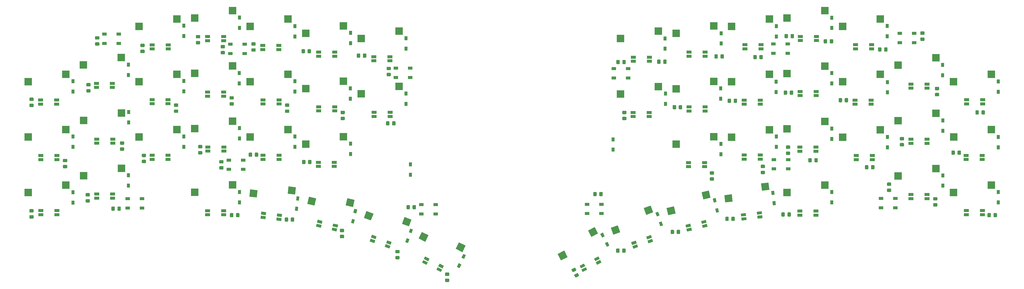
<source format=gbr>
%TF.GenerationSoftware,KiCad,Pcbnew,(5.1.9-0-10_14)*%
%TF.CreationDate,2021-03-31T13:24:37+01:00*%
%TF.ProjectId,peautkb,70656175-746b-4622-9e6b-696361645f70,rev?*%
%TF.SameCoordinates,Original*%
%TF.FileFunction,Paste,Bot*%
%TF.FilePolarity,Positive*%
%FSLAX46Y46*%
G04 Gerber Fmt 4.6, Leading zero omitted, Abs format (unit mm)*
G04 Created by KiCad (PCBNEW (5.1.9-0-10_14)) date 2021-03-31 13:24:37*
%MOMM*%
%LPD*%
G01*
G04 APERTURE LIST*
%ADD10R,1.500000X1.000000*%
%ADD11R,1.000000X1.400000*%
%ADD12C,0.100000*%
%ADD13R,1.700000X1.000000*%
%ADD14R,2.550000X2.500000*%
G04 APERTURE END LIST*
D10*
%TO.C,D62*%
X211614580Y-92698620D03*
X211614580Y-89498620D03*
X216514580Y-92698620D03*
X216514580Y-89498620D03*
%TD*%
%TO.C,D1*%
X46474960Y-34314180D03*
X46474960Y-31114180D03*
X51374960Y-34314180D03*
X51374960Y-31114180D03*
%TD*%
%TO.C,D5*%
X59299760Y-87603780D03*
X59299760Y-90803780D03*
X54399760Y-87603780D03*
X54399760Y-90803780D03*
%TD*%
D11*
%TO.C,D6*%
X35666160Y-50872180D03*
X35666160Y-47322180D03*
%TD*%
%TO.C,D7*%
X35666160Y-69820580D03*
X35666160Y-66270580D03*
%TD*%
%TO.C,D8*%
X35666160Y-88972180D03*
X35666160Y-85422180D03*
%TD*%
D10*
%TO.C,D9*%
X89550000Y-37819380D03*
X89550000Y-34619380D03*
X94450000Y-37819380D03*
X94450000Y-34619380D03*
%TD*%
D11*
%TO.C,D10*%
X54665360Y-41581780D03*
X54665360Y-45131780D03*
%TD*%
%TO.C,D11*%
X54730000Y-57865000D03*
X54730000Y-61415000D03*
%TD*%
%TO.C,D12*%
X54665360Y-79580180D03*
X54665360Y-83130180D03*
%TD*%
D10*
%TO.C,D13*%
X93950000Y-74344980D03*
X93950000Y-77544980D03*
X89050000Y-74344980D03*
X89050000Y-77544980D03*
%TD*%
D11*
%TO.C,D14*%
X73664560Y-31771380D03*
X73664560Y-28221380D03*
%TD*%
%TO.C,D15*%
X73664560Y-50719780D03*
X73664560Y-47169780D03*
%TD*%
%TO.C,D16*%
X92663760Y-85269780D03*
X92663760Y-88819780D03*
%TD*%
%TO.C,D17*%
X73613760Y-69820580D03*
X73613760Y-66270580D03*
%TD*%
D10*
%TO.C,D18*%
X146220760Y-45972780D03*
X146220760Y-42772780D03*
X151120760Y-45972780D03*
X151120760Y-42772780D03*
%TD*%
D11*
%TO.C,D19*%
X92663760Y-25478180D03*
X92663760Y-29028180D03*
%TD*%
%TO.C,D20*%
X92612960Y-44477380D03*
X92612960Y-48027380D03*
%TD*%
D12*
%TO.C,D21*%
G36*
X112632785Y-91796413D02*
G01*
X111639614Y-91679742D01*
X111802953Y-90289303D01*
X112796124Y-90405974D01*
X112632785Y-91796413D01*
G37*
G36*
X113046967Y-88270657D02*
G01*
X112053796Y-88153986D01*
X112217135Y-86763547D01*
X113210306Y-86880218D01*
X113046967Y-88270657D01*
G37*
%TD*%
D10*
%TO.C,D22*%
X159807560Y-89635780D03*
X159807560Y-92835780D03*
X154907560Y-89635780D03*
X154907560Y-92835780D03*
%TD*%
D11*
%TO.C,D23*%
X92714560Y-63374980D03*
X92714560Y-66924980D03*
%TD*%
%TO.C,D24*%
X111612160Y-28373780D03*
X111612160Y-31923780D03*
%TD*%
%TO.C,D25*%
X111662960Y-50872180D03*
X111662960Y-47322180D03*
%TD*%
D12*
%TO.C,D26*%
G36*
X132642277Y-92668120D02*
G01*
X131669502Y-92436372D01*
X131993949Y-91074486D01*
X132966724Y-91306234D01*
X132642277Y-92668120D01*
G37*
G36*
X131819571Y-96121474D02*
G01*
X130846796Y-95889726D01*
X131171243Y-94527840D01*
X132144018Y-94759588D01*
X131819571Y-96121474D01*
G37*
%TD*%
D11*
%TO.C,D27*%
X111612160Y-69769780D03*
X111612160Y-66219780D03*
%TD*%
%TO.C,D28*%
X130712960Y-34260580D03*
X130712960Y-30710580D03*
%TD*%
%TO.C,D29*%
X130611360Y-53259780D03*
X130611360Y-49709780D03*
%TD*%
D12*
%TO.C,D30*%
G36*
X150376906Y-102800329D02*
G01*
X149437214Y-102458309D01*
X149916042Y-101142739D01*
X150855734Y-101484759D01*
X150376906Y-102800329D01*
G37*
G36*
X151591078Y-99464421D02*
G01*
X150651386Y-99122401D01*
X151130214Y-97806831D01*
X152069906Y-98148851D01*
X151591078Y-99464421D01*
G37*
%TD*%
D11*
%TO.C,D31*%
X130712960Y-72258980D03*
X130712960Y-68708980D03*
%TD*%
%TO.C,D32*%
X151185360Y-79370980D03*
X151185360Y-75820980D03*
%TD*%
%TO.C,D33*%
X149661360Y-55085580D03*
X149661360Y-51535580D03*
%TD*%
%TO.C,D34*%
X149661360Y-32590180D03*
X149661360Y-36140180D03*
%TD*%
D12*
%TO.C,D35*%
G36*
X169564863Y-108254665D02*
G01*
X168671492Y-107805346D01*
X169300539Y-106554627D01*
X170193910Y-107003946D01*
X169564863Y-108254665D01*
G37*
G36*
X167969781Y-111426133D02*
G01*
X167076410Y-110976814D01*
X167705457Y-109726095D01*
X168598828Y-110175414D01*
X167969781Y-111426133D01*
G37*
%TD*%
D11*
%TO.C,D39*%
X352344720Y-50930600D03*
X352344720Y-47380600D03*
%TD*%
%TO.C,D40*%
X352370120Y-69980600D03*
X352370120Y-66430600D03*
%TD*%
%TO.C,D41*%
X352344720Y-88827400D03*
X352344720Y-85277400D03*
%TD*%
D10*
%TO.C,D42*%
X280311760Y-34497460D03*
X280311760Y-37697460D03*
X275411760Y-34497460D03*
X275411760Y-37697460D03*
%TD*%
D11*
%TO.C,D43*%
X333345520Y-41691000D03*
X333345520Y-45241000D03*
%TD*%
%TO.C,D44*%
X333396320Y-60741000D03*
X333396320Y-64291000D03*
%TD*%
%TO.C,D45*%
X333396320Y-79587800D03*
X333396320Y-83137800D03*
%TD*%
D10*
%TO.C,D46*%
X220809380Y-46160740D03*
X220809380Y-42960740D03*
X225709380Y-46160740D03*
X225709380Y-42960740D03*
%TD*%
D11*
%TO.C,D47*%
X314346320Y-31880600D03*
X314346320Y-28330600D03*
%TD*%
%TO.C,D48*%
X314397120Y-51133800D03*
X314397120Y-47583800D03*
%TD*%
%TO.C,D49*%
X295397920Y-85302800D03*
X295397920Y-88852800D03*
%TD*%
%TO.C,D50*%
X314397120Y-69980600D03*
X314397120Y-66430600D03*
%TD*%
D10*
%TO.C,D51*%
X323565420Y-30844940D03*
X323565420Y-34044940D03*
X318665420Y-30844940D03*
X318665420Y-34044940D03*
%TD*%
%TO.C,D56*%
X312208740Y-90681860D03*
X312208740Y-87481860D03*
X317108740Y-90681860D03*
X317108740Y-87481860D03*
%TD*%
%TO.C,D61*%
X280479400Y-74177340D03*
X280479400Y-77377340D03*
X275579400Y-74177340D03*
X275579400Y-77377340D03*
%TD*%
D13*
%TO.C,LED1*%
X24610360Y-55156580D03*
X24610360Y-53756580D03*
X30110360Y-55156580D03*
X30110360Y-53756580D03*
%TD*%
%TO.C,LED2*%
X24737360Y-74181180D03*
X24737360Y-72781180D03*
X30237360Y-74181180D03*
X30237360Y-72781180D03*
%TD*%
%TO.C,LED3*%
X24667960Y-93067580D03*
X24667960Y-91667580D03*
X30167960Y-93067580D03*
X30167960Y-91667580D03*
%TD*%
%TO.C,LED4*%
X49211160Y-48041580D03*
X49211160Y-49441580D03*
X43711160Y-48041580D03*
X43711160Y-49441580D03*
%TD*%
%TO.C,LED5*%
X49312760Y-67142380D03*
X49312760Y-68542380D03*
X43812760Y-67142380D03*
X43812760Y-68542380D03*
%TD*%
%TO.C,LED6*%
X49294160Y-86003380D03*
X49294160Y-87403380D03*
X43794160Y-86003380D03*
X43794160Y-87403380D03*
%TD*%
%TO.C,LED7*%
X68337360Y-34808180D03*
X68337360Y-36208180D03*
X62837360Y-34808180D03*
X62837360Y-36208180D03*
%TD*%
%TO.C,LED8*%
X68261160Y-53604180D03*
X68261160Y-55004180D03*
X62761160Y-53604180D03*
X62761160Y-55004180D03*
%TD*%
%TO.C,LED9*%
X68261160Y-72704980D03*
X68261160Y-74104980D03*
X62761160Y-72704980D03*
X62761160Y-74104980D03*
%TD*%
%TO.C,LED10*%
X87292560Y-91718380D03*
X87292560Y-93118380D03*
X81792560Y-91718380D03*
X81792560Y-93118380D03*
%TD*%
%TO.C,LED11*%
X81785760Y-33388780D03*
X81785760Y-31988780D03*
X87285760Y-33388780D03*
X87285760Y-31988780D03*
%TD*%
%TO.C,LED12*%
X81785760Y-52438780D03*
X81785760Y-51038780D03*
X87285760Y-52438780D03*
X87285760Y-51038780D03*
%TD*%
%TO.C,LED13*%
X87336560Y-69860180D03*
X87336560Y-71260180D03*
X81836560Y-69860180D03*
X81836560Y-71260180D03*
%TD*%
D12*
%TO.C,LED14*%
G36*
X105477230Y-93665195D02*
G01*
X105593900Y-92672025D01*
X107282290Y-92870365D01*
X107165620Y-93863535D01*
X105477230Y-93665195D01*
G37*
G36*
X105313891Y-95055634D02*
G01*
X105430561Y-94062464D01*
X107118951Y-94260804D01*
X107002281Y-95253974D01*
X105313891Y-95055634D01*
G37*
G36*
X100014791Y-93023506D02*
G01*
X100131461Y-92030336D01*
X101819851Y-92228676D01*
X101703181Y-93221846D01*
X100014791Y-93023506D01*
G37*
G36*
X99851452Y-94413945D02*
G01*
X99968122Y-93420775D01*
X101656512Y-93619115D01*
X101539842Y-94612285D01*
X99851452Y-94413945D01*
G37*
%TD*%
D13*
%TO.C,LED15*%
X100683360Y-36411380D03*
X100683360Y-35011380D03*
X106183360Y-36411380D03*
X106183360Y-35011380D03*
%TD*%
%TO.C,LED16*%
X100734160Y-55105780D03*
X100734160Y-53705780D03*
X106234160Y-55105780D03*
X106234160Y-53705780D03*
%TD*%
%TO.C,LED17*%
X100766360Y-74093780D03*
X100766360Y-72693780D03*
X106266360Y-74093780D03*
X106266360Y-72693780D03*
%TD*%
D12*
%TO.C,LED18*%
G36*
X118881070Y-97156818D02*
G01*
X119112817Y-96184042D01*
X120766536Y-96578014D01*
X120534789Y-97550790D01*
X118881070Y-97156818D01*
G37*
G36*
X119205517Y-95794932D02*
G01*
X119437264Y-94822156D01*
X121090983Y-95216128D01*
X120859236Y-96188904D01*
X119205517Y-95794932D01*
G37*
G36*
X124231337Y-98431432D02*
G01*
X124463084Y-97458656D01*
X126116803Y-97852628D01*
X125885056Y-98825404D01*
X124231337Y-98431432D01*
G37*
G36*
X124555784Y-97069546D02*
G01*
X124787531Y-96096770D01*
X126441250Y-96490742D01*
X126209503Y-97463518D01*
X124555784Y-97069546D01*
G37*
%TD*%
D13*
%TO.C,LED19*%
X119758760Y-38722780D03*
X119758760Y-37322780D03*
X125258760Y-38722780D03*
X125258760Y-37322780D03*
%TD*%
%TO.C,LED20*%
X119784160Y-57467980D03*
X119784160Y-56067980D03*
X125284160Y-57467980D03*
X125284160Y-56067980D03*
%TD*%
%TO.C,LED21*%
X119657160Y-76517980D03*
X119657160Y-75117980D03*
X125157160Y-76517980D03*
X125157160Y-75117980D03*
%TD*%
D12*
%TO.C,LED22*%
G36*
X137206642Y-102231938D02*
G01*
X137548662Y-101292246D01*
X139146140Y-101873680D01*
X138804120Y-102813372D01*
X137206642Y-102231938D01*
G37*
G36*
X137685470Y-100916369D02*
G01*
X138027490Y-99976677D01*
X139624968Y-100558111D01*
X139282948Y-101497803D01*
X137685470Y-100916369D01*
G37*
G36*
X142374952Y-104113049D02*
G01*
X142716972Y-103173357D01*
X144314450Y-103754791D01*
X143972430Y-104694483D01*
X142374952Y-104113049D01*
G37*
G36*
X142853780Y-102797480D02*
G01*
X143195800Y-101857788D01*
X144793278Y-102439222D01*
X144451258Y-103378914D01*
X142853780Y-102797480D01*
G37*
%TD*%
D13*
%TO.C,LED23*%
X138681760Y-40297580D03*
X138681760Y-38897580D03*
X144181760Y-40297580D03*
X144181760Y-38897580D03*
%TD*%
%TO.C,LED24*%
X138783360Y-59372980D03*
X138783360Y-57972980D03*
X144283360Y-59372980D03*
X144283360Y-57972980D03*
%TD*%
D12*
%TO.C,LED25*%
G36*
X160694230Y-110757612D02*
G01*
X161143549Y-109864240D01*
X162662280Y-110628082D01*
X162212961Y-111521454D01*
X160694230Y-110757612D01*
G37*
G36*
X160065183Y-112008332D02*
G01*
X160514502Y-111114960D01*
X162033233Y-111878802D01*
X161583914Y-112772174D01*
X160065183Y-112008332D01*
G37*
G36*
X155780687Y-108286358D02*
G01*
X156230006Y-107392986D01*
X157748737Y-108156828D01*
X157299418Y-109050200D01*
X155780687Y-108286358D01*
G37*
G36*
X155151640Y-109537078D02*
G01*
X155600959Y-108643706D01*
X157119690Y-109407548D01*
X156670371Y-110300920D01*
X155151640Y-109537078D01*
G37*
%TD*%
D13*
%TO.C,LED26*%
X347030220Y-53652440D03*
X347030220Y-55052440D03*
X341530220Y-53652440D03*
X341530220Y-55052440D03*
%TD*%
%TO.C,LED27*%
X346862580Y-72727840D03*
X346862580Y-74127840D03*
X341362580Y-72727840D03*
X341362580Y-74127840D03*
%TD*%
%TO.C,LED28*%
X341460820Y-93077740D03*
X341460820Y-91677740D03*
X346960820Y-93077740D03*
X346960820Y-91677740D03*
%TD*%
%TO.C,LED29*%
X322497180Y-49669140D03*
X322497180Y-48269140D03*
X327997180Y-49669140D03*
X327997180Y-48269140D03*
%TD*%
%TO.C,LED30*%
X322497180Y-68602300D03*
X322497180Y-67202300D03*
X327997180Y-68602300D03*
X327997180Y-67202300D03*
%TD*%
%TO.C,LED31*%
X322459080Y-87573560D03*
X322459080Y-86173560D03*
X327959080Y-87573560D03*
X327959080Y-86173560D03*
%TD*%
%TO.C,LED32*%
X308983560Y-34772620D03*
X308983560Y-36172620D03*
X303483560Y-34772620D03*
X303483560Y-36172620D03*
%TD*%
%TO.C,LED33*%
X308876880Y-53774360D03*
X308876880Y-55174360D03*
X303376880Y-53774360D03*
X303376880Y-55174360D03*
%TD*%
%TO.C,LED34*%
X303725680Y-74194920D03*
X303725680Y-72794920D03*
X309225680Y-74194920D03*
X309225680Y-72794920D03*
%TD*%
%TO.C,LED35*%
X284443720Y-93228640D03*
X284443720Y-91828640D03*
X289943720Y-93228640D03*
X289943720Y-91828640D03*
%TD*%
%TO.C,LED36*%
X284596120Y-33345600D03*
X284596120Y-31945600D03*
X290096120Y-33345600D03*
X290096120Y-31945600D03*
%TD*%
%TO.C,LED37*%
X284522460Y-52233040D03*
X284522460Y-50833040D03*
X290022460Y-52233040D03*
X290022460Y-50833040D03*
%TD*%
%TO.C,LED38*%
X284443720Y-71328760D03*
X284443720Y-69928760D03*
X289943720Y-71328760D03*
X289943720Y-69928760D03*
%TD*%
D12*
%TO.C,LED39*%
G36*
X266114930Y-93909069D02*
G01*
X266231600Y-94902239D01*
X264543210Y-95100579D01*
X264426540Y-94107409D01*
X266114930Y-93909069D01*
G37*
G36*
X265951591Y-92518630D02*
G01*
X266068261Y-93511800D01*
X264379871Y-93710140D01*
X264263201Y-92716970D01*
X265951591Y-92518630D01*
G37*
G36*
X271577369Y-93267380D02*
G01*
X271694039Y-94260550D01*
X270005649Y-94458890D01*
X269888979Y-93465720D01*
X271577369Y-93267380D01*
G37*
G36*
X271414030Y-91876941D02*
G01*
X271530700Y-92870111D01*
X269842310Y-93068451D01*
X269725640Y-92075281D01*
X271414030Y-91876941D01*
G37*
%TD*%
D13*
%TO.C,LED40*%
X265629120Y-36153800D03*
X265629120Y-34753800D03*
X271129120Y-36153800D03*
X271129120Y-34753800D03*
%TD*%
%TO.C,LED41*%
X265419120Y-55164200D03*
X265419120Y-53764200D03*
X270919120Y-55164200D03*
X270919120Y-53764200D03*
%TD*%
%TO.C,LED42*%
X265393720Y-74036400D03*
X265393720Y-72636400D03*
X270893720Y-74036400D03*
X270893720Y-72636400D03*
%TD*%
D12*
%TO.C,LED43*%
G36*
X252312536Y-94865336D02*
G01*
X252544283Y-95838112D01*
X250890564Y-96232084D01*
X250658817Y-95259308D01*
X252312536Y-94865336D01*
G37*
G36*
X252636983Y-96227222D02*
G01*
X252868730Y-97199998D01*
X251215011Y-97593970D01*
X250983264Y-96621194D01*
X252636983Y-96227222D01*
G37*
G36*
X246962269Y-96139950D02*
G01*
X247194016Y-97112726D01*
X245540297Y-97506698D01*
X245308550Y-96533922D01*
X246962269Y-96139950D01*
G37*
G36*
X247286716Y-97501836D02*
G01*
X247518463Y-98474612D01*
X245864744Y-98868584D01*
X245632997Y-97895808D01*
X247286716Y-97501836D01*
G37*
%TD*%
D13*
%TO.C,LED44*%
X252021520Y-37330400D03*
X252021520Y-38730400D03*
X246521520Y-37330400D03*
X246521520Y-38730400D03*
%TD*%
%TO.C,LED45*%
X252002920Y-56112200D03*
X252002920Y-57512200D03*
X246502920Y-56112200D03*
X246502920Y-57512200D03*
%TD*%
%TO.C,LED46*%
X246375920Y-76590600D03*
X246375920Y-75190600D03*
X251875920Y-76590600D03*
X251875920Y-75190600D03*
%TD*%
D12*
%TO.C,LED47*%
G36*
X233450530Y-100063037D02*
G01*
X233792550Y-101002729D01*
X232195072Y-101584163D01*
X231853052Y-100644471D01*
X233450530Y-100063037D01*
G37*
G36*
X233929358Y-101378606D02*
G01*
X234271378Y-102318298D01*
X232673900Y-102899732D01*
X232331880Y-101960040D01*
X233929358Y-101378606D01*
G37*
G36*
X228282220Y-101944148D02*
G01*
X228624240Y-102883840D01*
X227026762Y-103465274D01*
X226684742Y-102525582D01*
X228282220Y-101944148D01*
G37*
G36*
X228761048Y-103259717D02*
G01*
X229103068Y-104199409D01*
X227505590Y-104780843D01*
X227163570Y-103841151D01*
X228761048Y-103259717D01*
G37*
%TD*%
D13*
%TO.C,LED48*%
X232996920Y-39032200D03*
X232996920Y-40432200D03*
X227496920Y-39032200D03*
X227496920Y-40432200D03*
%TD*%
%TO.C,LED49*%
X227395320Y-59406000D03*
X227395320Y-58006000D03*
X232895320Y-59406000D03*
X232895320Y-58006000D03*
%TD*%
D12*
%TO.C,LED50*%
G36*
X211214978Y-111081940D02*
G01*
X211664297Y-111975312D01*
X210145566Y-112739154D01*
X209696247Y-111845782D01*
X211214978Y-111081940D01*
G37*
G36*
X210585931Y-109831220D02*
G01*
X211035250Y-110724592D01*
X209516519Y-111488434D01*
X209067200Y-110595062D01*
X210585931Y-109831220D01*
G37*
G36*
X216128521Y-108610686D02*
G01*
X216577840Y-109504058D01*
X215059109Y-110267900D01*
X214609790Y-109374528D01*
X216128521Y-108610686D01*
G37*
G36*
X215499474Y-107359966D02*
G01*
X215948793Y-108253338D01*
X214430062Y-109017180D01*
X213980743Y-108123808D01*
X215499474Y-107359966D01*
G37*
%TD*%
D14*
%TO.C,SW4*%
X33278560Y-44880780D03*
X20351560Y-47420780D03*
%TD*%
%TO.C,SW5*%
X33278560Y-63879980D03*
X20351560Y-66419980D03*
%TD*%
%TO.C,SW6*%
X20351560Y-85469980D03*
X33278560Y-82929980D03*
%TD*%
%TO.C,SW7*%
X39299960Y-41731180D03*
X52226960Y-39191180D03*
%TD*%
%TO.C,SW8*%
X39350760Y-60730380D03*
X52277760Y-58190380D03*
%TD*%
%TO.C,SW9*%
X52277760Y-77189580D03*
X39350760Y-79729580D03*
%TD*%
%TO.C,SW10*%
X71276960Y-25932380D03*
X58349960Y-28472380D03*
%TD*%
%TO.C,SW11*%
X71276960Y-44880780D03*
X58349960Y-47420780D03*
%TD*%
%TO.C,SW12*%
X77349160Y-85419180D03*
X90276160Y-82879180D03*
%TD*%
%TO.C,SW13*%
X58349960Y-66419980D03*
X71276960Y-63879980D03*
%TD*%
%TO.C,SW14*%
X77349160Y-25576780D03*
X90276160Y-23036780D03*
%TD*%
%TO.C,SW15*%
X77349160Y-44575980D03*
X90276160Y-42035980D03*
%TD*%
D12*
%TO.C,SW16*%
G36*
X112002281Y-83671156D02*
G01*
X111710604Y-86154083D01*
X109178019Y-85856572D01*
X109469696Y-83373645D01*
X112002281Y-83671156D01*
G37*
G36*
X98867221Y-84685606D02*
G01*
X98575544Y-87168533D01*
X96042959Y-86871022D01*
X96334636Y-84388095D01*
X98867221Y-84685606D01*
G37*
%TD*%
D14*
%TO.C,SW17*%
X90276160Y-61035180D03*
X77349160Y-63575180D03*
%TD*%
%TO.C,SW18*%
X109275360Y-25932380D03*
X96348360Y-28472380D03*
%TD*%
%TO.C,SW19*%
X109275360Y-44880780D03*
X96348360Y-47420780D03*
%TD*%
D12*
%TO.C,SW20*%
G36*
X118929057Y-87497904D02*
G01*
X118349687Y-89929843D01*
X115869109Y-89338886D01*
X116448479Y-86906947D01*
X118929057Y-87497904D01*
G37*
G36*
X132092770Y-88022859D02*
G01*
X131513400Y-90454798D01*
X129032822Y-89863841D01*
X129612192Y-87431902D01*
X132092770Y-88022859D01*
G37*
%TD*%
D14*
%TO.C,SW21*%
X96348360Y-66419980D03*
X109275360Y-63879980D03*
%TD*%
%TO.C,SW22*%
X115347560Y-30859980D03*
X128274560Y-28319980D03*
%TD*%
%TO.C,SW23*%
X115347560Y-49859180D03*
X128274560Y-47319180D03*
%TD*%
D12*
%TO.C,SW24*%
G36*
X151554540Y-94757483D02*
G01*
X150699490Y-97106714D01*
X148303274Y-96234563D01*
X149158324Y-93885332D01*
X151554540Y-94757483D01*
G37*
G36*
X138538402Y-92723008D02*
G01*
X137683352Y-95072239D01*
X135287136Y-94200088D01*
X136142186Y-91850857D01*
X138538402Y-92723008D01*
G37*
%TD*%
D14*
%TO.C,SW25*%
X128274560Y-66318380D03*
X115347560Y-68858380D03*
%TD*%
%TO.C,SW26*%
X147273760Y-49097180D03*
X134346760Y-51637180D03*
%TD*%
%TO.C,SW27*%
X134346760Y-32637980D03*
X147273760Y-30097980D03*
%TD*%
D12*
%TO.C,SW29*%
G36*
X170090473Y-103688342D02*
G01*
X168967176Y-105921771D01*
X166689079Y-104776008D01*
X167812376Y-102542579D01*
X170090473Y-103688342D01*
G37*
G36*
X157400591Y-100149159D02*
G01*
X156277294Y-102382588D01*
X153999197Y-101236825D01*
X155122494Y-99003396D01*
X157400591Y-100149159D01*
G37*
%TD*%
D14*
%TO.C,SW33*%
X349957120Y-44888400D03*
X337030120Y-47428400D03*
%TD*%
%TO.C,SW34*%
X337080920Y-66453000D03*
X350007920Y-63913000D03*
%TD*%
%TO.C,SW35*%
X349982520Y-82937600D03*
X337055520Y-85477600D03*
%TD*%
%TO.C,SW36*%
X318081720Y-41738800D03*
X331008720Y-39198800D03*
%TD*%
%TO.C,SW37*%
X331008720Y-58248800D03*
X318081720Y-60788800D03*
%TD*%
%TO.C,SW38*%
X318081720Y-79788000D03*
X331008720Y-77248000D03*
%TD*%
%TO.C,SW39*%
X312009520Y-25940000D03*
X299082520Y-28480000D03*
%TD*%
%TO.C,SW40*%
X299082520Y-47479200D03*
X312009520Y-44939200D03*
%TD*%
%TO.C,SW41*%
X293010320Y-82912200D03*
X280083320Y-85452200D03*
%TD*%
%TO.C,SW42*%
X312009520Y-63938400D03*
X299082520Y-66478400D03*
%TD*%
%TO.C,SW43*%
X280083320Y-25635200D03*
X293010320Y-23095200D03*
%TD*%
%TO.C,SW44*%
X293010320Y-42094400D03*
X280083320Y-44634400D03*
%TD*%
D12*
%TO.C,SW45*%
G36*
X261169216Y-86099740D02*
G01*
X261460893Y-88582667D01*
X258928308Y-88880178D01*
X258636631Y-86397251D01*
X261169216Y-86099740D01*
G37*
G36*
X273711590Y-82068884D02*
G01*
X274003267Y-84551811D01*
X271470682Y-84849322D01*
X271179005Y-82366395D01*
X273711590Y-82068884D01*
G37*
%TD*%
D14*
%TO.C,SW46*%
X280083320Y-63633600D03*
X293010320Y-61093600D03*
%TD*%
%TO.C,SW47*%
X274011120Y-25940000D03*
X261084120Y-28480000D03*
%TD*%
%TO.C,SW48*%
X261084120Y-47428400D03*
X274011120Y-44888400D03*
%TD*%
D12*
%TO.C,SW49*%
G36*
X253330801Y-84782579D02*
G01*
X253910171Y-87214518D01*
X251429593Y-87805475D01*
X250850223Y-85373536D01*
X253330801Y-84782579D01*
G37*
G36*
X241344367Y-90249235D02*
G01*
X241923737Y-92681174D01*
X239443159Y-93272131D01*
X238863789Y-90840192D01*
X241344367Y-90249235D01*
G37*
%TD*%
D14*
%TO.C,SW50*%
X274011120Y-63938400D03*
X261084120Y-66478400D03*
%TD*%
%TO.C,SW51*%
X242084920Y-30867600D03*
X255011920Y-28327600D03*
%TD*%
%TO.C,SW52*%
X255011920Y-47326800D03*
X242084920Y-49866800D03*
%TD*%
D12*
%TO.C,SW53*%
G36*
X222144850Y-96730302D02*
G01*
X222999900Y-99079533D01*
X220603684Y-99951684D01*
X219748634Y-97602453D01*
X222144850Y-96730302D01*
G37*
G36*
X233423525Y-89922189D02*
G01*
X234278575Y-92271420D01*
X231882359Y-93143571D01*
X231027309Y-90794340D01*
X233423525Y-89922189D01*
G37*
%TD*%
D14*
%TO.C,SW54*%
X255011920Y-66326000D03*
X242084920Y-68866000D03*
%TD*%
%TO.C,SW55*%
X223085720Y-51644800D03*
X236012720Y-49104800D03*
%TD*%
%TO.C,SW56*%
X236012720Y-30105600D03*
X223085720Y-32645600D03*
%TD*%
D12*
%TO.C,SW58*%
G36*
X203820913Y-105403266D02*
G01*
X204944210Y-107636695D01*
X202666113Y-108782458D01*
X201542816Y-106549029D01*
X203820913Y-105403266D01*
G37*
G36*
X214228255Y-97325756D02*
G01*
X215351552Y-99559185D01*
X213073455Y-100704948D01*
X211950158Y-98471519D01*
X214228255Y-97325756D01*
G37*
%TD*%
D11*
%TO.C,D52*%
X295397920Y-25485800D03*
X295397920Y-29035800D03*
%TD*%
%TO.C,D53*%
X295397920Y-48035000D03*
X295397920Y-44485000D03*
%TD*%
D12*
%TO.C,D54*%
G36*
X275830084Y-86231206D02*
G01*
X274836913Y-86347877D01*
X274673574Y-84957438D01*
X275666745Y-84840767D01*
X275830084Y-86231206D01*
G37*
G36*
X276244266Y-89756962D02*
G01*
X275251095Y-89873633D01*
X275087756Y-88483194D01*
X276080927Y-88366523D01*
X276244266Y-89756962D01*
G37*
%TD*%
D11*
%TO.C,D55*%
X295397920Y-63535000D03*
X295397920Y-67085000D03*
%TD*%
%TO.C,D57*%
X276398720Y-31931400D03*
X276398720Y-28381400D03*
%TD*%
%TO.C,D58*%
X276347920Y-47431400D03*
X276347920Y-50981400D03*
%TD*%
D12*
%TO.C,D59*%
G36*
X256783084Y-92163546D02*
G01*
X255810309Y-92395294D01*
X255485862Y-91033408D01*
X256458637Y-90801660D01*
X256783084Y-92163546D01*
G37*
G36*
X255960378Y-88710192D02*
G01*
X254987603Y-88941940D01*
X254663156Y-87580054D01*
X255635931Y-87348306D01*
X255960378Y-88710192D01*
G37*
%TD*%
D11*
%TO.C,D60*%
X276449520Y-69777400D03*
X276449520Y-66227400D03*
%TD*%
%TO.C,D63*%
X257501120Y-30819800D03*
X257501120Y-34369800D03*
%TD*%
%TO.C,D64*%
X257348720Y-53267400D03*
X257348720Y-49717400D03*
%TD*%
D12*
%TO.C,D65*%
G36*
X236419694Y-93364221D02*
G01*
X235480002Y-93706241D01*
X235001174Y-92390671D01*
X235940866Y-92048651D01*
X236419694Y-93364221D01*
G37*
G36*
X237633866Y-96700129D02*
G01*
X236694174Y-97042149D01*
X236215346Y-95726579D01*
X237155038Y-95384559D01*
X237633866Y-96700129D01*
G37*
%TD*%
D11*
%TO.C,D66*%
X257450320Y-72368200D03*
X257450320Y-68818200D03*
%TD*%
%TO.C,D67*%
X220500000Y-67225000D03*
X220500000Y-70775000D03*
%TD*%
%TO.C,D68*%
X238451120Y-51546200D03*
X238451120Y-55096200D03*
%TD*%
%TO.C,D69*%
X238298720Y-36147800D03*
X238298720Y-32597800D03*
%TD*%
D12*
%TO.C,D70*%
G36*
X217688388Y-100472366D02*
G01*
X216795017Y-100921685D01*
X216165970Y-99670966D01*
X217059341Y-99221647D01*
X217688388Y-100472366D01*
G37*
G36*
X219283470Y-103643834D02*
G01*
X218390099Y-104093153D01*
X217761052Y-102842434D01*
X218654423Y-102393115D01*
X219283470Y-103643834D01*
G37*
%TD*%
%TO.C,C1*%
G36*
G01*
X78775000Y-69162500D02*
X79725000Y-69162500D01*
G75*
G02*
X79975000Y-69412500I0J-250000D01*
G01*
X79975000Y-70087500D01*
G75*
G02*
X79725000Y-70337500I-250000J0D01*
G01*
X78775000Y-70337500D01*
G75*
G02*
X78525000Y-70087500I0J250000D01*
G01*
X78525000Y-69412500D01*
G75*
G02*
X78775000Y-69162500I250000J0D01*
G01*
G37*
G36*
G01*
X78775000Y-71237500D02*
X79725000Y-71237500D01*
G75*
G02*
X79975000Y-71487500I0J-250000D01*
G01*
X79975000Y-72162500D01*
G75*
G02*
X79725000Y-72412500I-250000J0D01*
G01*
X78775000Y-72412500D01*
G75*
G02*
X78525000Y-72162500I0J250000D01*
G01*
X78525000Y-71487500D01*
G75*
G02*
X78775000Y-71237500I250000J0D01*
G01*
G37*
%TD*%
%TO.C,C2*%
G36*
G01*
X144012500Y-61275000D02*
X144012500Y-62225000D01*
G75*
G02*
X143762500Y-62475000I-250000J0D01*
G01*
X143087500Y-62475000D01*
G75*
G02*
X142837500Y-62225000I0J250000D01*
G01*
X142837500Y-61275000D01*
G75*
G02*
X143087500Y-61025000I250000J0D01*
G01*
X143762500Y-61025000D01*
G75*
G02*
X144012500Y-61275000I0J-250000D01*
G01*
G37*
G36*
G01*
X146087500Y-61275000D02*
X146087500Y-62225000D01*
G75*
G02*
X145837500Y-62475000I-250000J0D01*
G01*
X145162500Y-62475000D01*
G75*
G02*
X144912500Y-62225000I0J250000D01*
G01*
X144912500Y-61275000D01*
G75*
G02*
X145162500Y-61025000I250000J0D01*
G01*
X145837500Y-61025000D01*
G75*
G02*
X146087500Y-61275000I0J-250000D01*
G01*
G37*
%TD*%
%TO.C,C3*%
G36*
G01*
X40275000Y-87737500D02*
X41225000Y-87737500D01*
G75*
G02*
X41475000Y-87987500I0J-250000D01*
G01*
X41475000Y-88662500D01*
G75*
G02*
X41225000Y-88912500I-250000J0D01*
G01*
X40275000Y-88912500D01*
G75*
G02*
X40025000Y-88662500I0J250000D01*
G01*
X40025000Y-87987500D01*
G75*
G02*
X40275000Y-87737500I250000J0D01*
G01*
G37*
G36*
G01*
X40275000Y-85662500D02*
X41225000Y-85662500D01*
G75*
G02*
X41475000Y-85912500I0J-250000D01*
G01*
X41475000Y-86587500D01*
G75*
G02*
X41225000Y-86837500I-250000J0D01*
G01*
X40275000Y-86837500D01*
G75*
G02*
X40025000Y-86587500I0J250000D01*
G01*
X40025000Y-85912500D01*
G75*
G02*
X40275000Y-85662500I250000J0D01*
G01*
G37*
%TD*%
%TO.C,C4*%
G36*
G01*
X70525000Y-54912500D02*
X71475000Y-54912500D01*
G75*
G02*
X71725000Y-55162500I0J-250000D01*
G01*
X71725000Y-55837500D01*
G75*
G02*
X71475000Y-56087500I-250000J0D01*
G01*
X70525000Y-56087500D01*
G75*
G02*
X70275000Y-55837500I0J250000D01*
G01*
X70275000Y-55162500D01*
G75*
G02*
X70525000Y-54912500I250000J0D01*
G01*
G37*
G36*
G01*
X70525000Y-56987500D02*
X71475000Y-56987500D01*
G75*
G02*
X71725000Y-57237500I0J-250000D01*
G01*
X71725000Y-57912500D01*
G75*
G02*
X71475000Y-58162500I-250000J0D01*
G01*
X70525000Y-58162500D01*
G75*
G02*
X70275000Y-57912500I0J250000D01*
G01*
X70275000Y-57237500D01*
G75*
G02*
X70525000Y-56987500I250000J0D01*
G01*
G37*
%TD*%
%TO.C,C5*%
G36*
G01*
X86975000Y-77587500D02*
X86025000Y-77587500D01*
G75*
G02*
X85775000Y-77337500I0J250000D01*
G01*
X85775000Y-76662500D01*
G75*
G02*
X86025000Y-76412500I250000J0D01*
G01*
X86975000Y-76412500D01*
G75*
G02*
X87225000Y-76662500I0J-250000D01*
G01*
X87225000Y-77337500D01*
G75*
G02*
X86975000Y-77587500I-250000J0D01*
G01*
G37*
G36*
G01*
X86975000Y-75512500D02*
X86025000Y-75512500D01*
G75*
G02*
X85775000Y-75262500I0J250000D01*
G01*
X85775000Y-74587500D01*
G75*
G02*
X86025000Y-74337500I250000J0D01*
G01*
X86975000Y-74337500D01*
G75*
G02*
X87225000Y-74587500I0J-250000D01*
G01*
X87225000Y-75262500D01*
G75*
G02*
X86975000Y-75512500I-250000J0D01*
G01*
G37*
%TD*%
%TO.C,C6*%
G36*
G01*
X91487500Y-93725000D02*
X91487500Y-92775000D01*
G75*
G02*
X91737500Y-92525000I250000J0D01*
G01*
X92412500Y-92525000D01*
G75*
G02*
X92662500Y-92775000I0J-250000D01*
G01*
X92662500Y-93725000D01*
G75*
G02*
X92412500Y-93975000I-250000J0D01*
G01*
X91737500Y-93975000D01*
G75*
G02*
X91487500Y-93725000I0J250000D01*
G01*
G37*
G36*
G01*
X89412500Y-93725000D02*
X89412500Y-92775000D01*
G75*
G02*
X89662500Y-92525000I250000J0D01*
G01*
X90337500Y-92525000D01*
G75*
G02*
X90587500Y-92775000I0J-250000D01*
G01*
X90587500Y-93725000D01*
G75*
G02*
X90337500Y-93975000I-250000J0D01*
G01*
X89662500Y-93975000D01*
G75*
G02*
X89412500Y-93725000I0J250000D01*
G01*
G37*
%TD*%
%TO.C,C7*%
G36*
G01*
X40525000Y-49987500D02*
X41475000Y-49987500D01*
G75*
G02*
X41725000Y-50237500I0J-250000D01*
G01*
X41725000Y-50912500D01*
G75*
G02*
X41475000Y-51162500I-250000J0D01*
G01*
X40525000Y-51162500D01*
G75*
G02*
X40275000Y-50912500I0J250000D01*
G01*
X40275000Y-50237500D01*
G75*
G02*
X40525000Y-49987500I250000J0D01*
G01*
G37*
G36*
G01*
X40525000Y-47912500D02*
X41475000Y-47912500D01*
G75*
G02*
X41725000Y-48162500I0J-250000D01*
G01*
X41725000Y-48837500D01*
G75*
G02*
X41475000Y-49087500I-250000J0D01*
G01*
X40525000Y-49087500D01*
G75*
G02*
X40275000Y-48837500I0J250000D01*
G01*
X40275000Y-48162500D01*
G75*
G02*
X40525000Y-47912500I250000J0D01*
G01*
G37*
%TD*%
%TO.C,C8*%
G36*
G01*
X127525000Y-57412500D02*
X128475000Y-57412500D01*
G75*
G02*
X128725000Y-57662500I0J-250000D01*
G01*
X128725000Y-58337500D01*
G75*
G02*
X128475000Y-58587500I-250000J0D01*
G01*
X127525000Y-58587500D01*
G75*
G02*
X127275000Y-58337500I0J250000D01*
G01*
X127275000Y-57662500D01*
G75*
G02*
X127525000Y-57412500I250000J0D01*
G01*
G37*
G36*
G01*
X127525000Y-59487500D02*
X128475000Y-59487500D01*
G75*
G02*
X128725000Y-59737500I0J-250000D01*
G01*
X128725000Y-60412500D01*
G75*
G02*
X128475000Y-60662500I-250000J0D01*
G01*
X127525000Y-60662500D01*
G75*
G02*
X127275000Y-60412500I0J250000D01*
G01*
X127275000Y-59737500D01*
G75*
G02*
X127525000Y-59487500I250000J0D01*
G01*
G37*
%TD*%
%TO.C,C9*%
G36*
G01*
X21025000Y-91162500D02*
X21975000Y-91162500D01*
G75*
G02*
X22225000Y-91412500I0J-250000D01*
G01*
X22225000Y-92087500D01*
G75*
G02*
X21975000Y-92337500I-250000J0D01*
G01*
X21025000Y-92337500D01*
G75*
G02*
X20775000Y-92087500I0J250000D01*
G01*
X20775000Y-91412500D01*
G75*
G02*
X21025000Y-91162500I250000J0D01*
G01*
G37*
G36*
G01*
X21025000Y-93237500D02*
X21975000Y-93237500D01*
G75*
G02*
X22225000Y-93487500I0J-250000D01*
G01*
X22225000Y-94162500D01*
G75*
G02*
X21975000Y-94412500I-250000J0D01*
G01*
X21025000Y-94412500D01*
G75*
G02*
X20775000Y-94162500I0J250000D01*
G01*
X20775000Y-93487500D01*
G75*
G02*
X21025000Y-93237500I250000J0D01*
G01*
G37*
%TD*%
%TO.C,C10*%
G36*
G01*
X87475000Y-36012500D02*
X86525000Y-36012500D01*
G75*
G02*
X86275000Y-35762500I0J250000D01*
G01*
X86275000Y-35087500D01*
G75*
G02*
X86525000Y-34837500I250000J0D01*
G01*
X87475000Y-34837500D01*
G75*
G02*
X87725000Y-35087500I0J-250000D01*
G01*
X87725000Y-35762500D01*
G75*
G02*
X87475000Y-36012500I-250000J0D01*
G01*
G37*
G36*
G01*
X87475000Y-38087500D02*
X86525000Y-38087500D01*
G75*
G02*
X86275000Y-37837500I0J250000D01*
G01*
X86275000Y-37162500D01*
G75*
G02*
X86525000Y-36912500I250000J0D01*
G01*
X87475000Y-36912500D01*
G75*
G02*
X87725000Y-37162500I0J-250000D01*
G01*
X87725000Y-37837500D01*
G75*
G02*
X87475000Y-38087500I-250000J0D01*
G01*
G37*
%TD*%
%TO.C,C11*%
G36*
G01*
X127275000Y-99987500D02*
X128225000Y-99987500D01*
G75*
G02*
X128475000Y-100237500I0J-250000D01*
G01*
X128475000Y-100912500D01*
G75*
G02*
X128225000Y-101162500I-250000J0D01*
G01*
X127275000Y-101162500D01*
G75*
G02*
X127025000Y-100912500I0J250000D01*
G01*
X127025000Y-100237500D01*
G75*
G02*
X127275000Y-99987500I250000J0D01*
G01*
G37*
G36*
G01*
X127275000Y-97912500D02*
X128225000Y-97912500D01*
G75*
G02*
X128475000Y-98162500I0J-250000D01*
G01*
X128475000Y-98837500D01*
G75*
G02*
X128225000Y-99087500I-250000J0D01*
G01*
X127275000Y-99087500D01*
G75*
G02*
X127025000Y-98837500I0J250000D01*
G01*
X127025000Y-98162500D01*
G75*
G02*
X127275000Y-97912500I250000J0D01*
G01*
G37*
%TD*%
%TO.C,C12*%
G36*
G01*
X52025000Y-67912500D02*
X52975000Y-67912500D01*
G75*
G02*
X53225000Y-68162500I0J-250000D01*
G01*
X53225000Y-68837500D01*
G75*
G02*
X52975000Y-69087500I-250000J0D01*
G01*
X52025000Y-69087500D01*
G75*
G02*
X51775000Y-68837500I0J250000D01*
G01*
X51775000Y-68162500D01*
G75*
G02*
X52025000Y-67912500I250000J0D01*
G01*
G37*
G36*
G01*
X52025000Y-69987500D02*
X52975000Y-69987500D01*
G75*
G02*
X53225000Y-70237500I0J-250000D01*
G01*
X53225000Y-70912500D01*
G75*
G02*
X52975000Y-71162500I-250000J0D01*
G01*
X52025000Y-71162500D01*
G75*
G02*
X51775000Y-70912500I0J250000D01*
G01*
X51775000Y-70237500D01*
G75*
G02*
X52025000Y-69987500I250000J0D01*
G01*
G37*
%TD*%
%TO.C,C13*%
G36*
G01*
X117337500Y-74525000D02*
X117337500Y-75475000D01*
G75*
G02*
X117087500Y-75725000I-250000J0D01*
G01*
X116412500Y-75725000D01*
G75*
G02*
X116162500Y-75475000I0J250000D01*
G01*
X116162500Y-74525000D01*
G75*
G02*
X116412500Y-74275000I250000J0D01*
G01*
X117087500Y-74275000D01*
G75*
G02*
X117337500Y-74525000I0J-250000D01*
G01*
G37*
G36*
G01*
X115262500Y-74525000D02*
X115262500Y-75475000D01*
G75*
G02*
X115012500Y-75725000I-250000J0D01*
G01*
X114337500Y-75725000D01*
G75*
G02*
X114087500Y-75475000I0J250000D01*
G01*
X114087500Y-74525000D01*
G75*
G02*
X114337500Y-74275000I250000J0D01*
G01*
X115012500Y-74275000D01*
G75*
G02*
X115262500Y-74525000I0J-250000D01*
G01*
G37*
%TD*%
%TO.C,C14*%
G36*
G01*
X97025000Y-35987500D02*
X97975000Y-35987500D01*
G75*
G02*
X98225000Y-36237500I0J-250000D01*
G01*
X98225000Y-36912500D01*
G75*
G02*
X97975000Y-37162500I-250000J0D01*
G01*
X97025000Y-37162500D01*
G75*
G02*
X96775000Y-36912500I0J250000D01*
G01*
X96775000Y-36237500D01*
G75*
G02*
X97025000Y-35987500I250000J0D01*
G01*
G37*
G36*
G01*
X97025000Y-33912500D02*
X97975000Y-33912500D01*
G75*
G02*
X98225000Y-34162500I0J-250000D01*
G01*
X98225000Y-34837500D01*
G75*
G02*
X97975000Y-35087500I-250000J0D01*
G01*
X97025000Y-35087500D01*
G75*
G02*
X96775000Y-34837500I0J250000D01*
G01*
X96775000Y-34162500D01*
G75*
G02*
X97025000Y-33912500I250000J0D01*
G01*
G37*
%TD*%
%TO.C,C15*%
G36*
G01*
X50012500Y-90525000D02*
X50012500Y-91475000D01*
G75*
G02*
X49762500Y-91725000I-250000J0D01*
G01*
X49087500Y-91725000D01*
G75*
G02*
X48837500Y-91475000I0J250000D01*
G01*
X48837500Y-90525000D01*
G75*
G02*
X49087500Y-90275000I250000J0D01*
G01*
X49762500Y-90275000D01*
G75*
G02*
X50012500Y-90525000I0J-250000D01*
G01*
G37*
G36*
G01*
X52087500Y-90525000D02*
X52087500Y-91475000D01*
G75*
G02*
X51837500Y-91725000I-250000J0D01*
G01*
X51162500Y-91725000D01*
G75*
G02*
X50912500Y-91475000I0J250000D01*
G01*
X50912500Y-90525000D01*
G75*
G02*
X51162500Y-90275000I250000J0D01*
G01*
X51837500Y-90275000D01*
G75*
G02*
X52087500Y-90525000I0J-250000D01*
G01*
G37*
%TD*%
%TO.C,C16*%
G36*
G01*
X44475000Y-35087500D02*
X43525000Y-35087500D01*
G75*
G02*
X43275000Y-34837500I0J250000D01*
G01*
X43275000Y-34162500D01*
G75*
G02*
X43525000Y-33912500I250000J0D01*
G01*
X44475000Y-33912500D01*
G75*
G02*
X44725000Y-34162500I0J-250000D01*
G01*
X44725000Y-34837500D01*
G75*
G02*
X44475000Y-35087500I-250000J0D01*
G01*
G37*
G36*
G01*
X44475000Y-33012500D02*
X43525000Y-33012500D01*
G75*
G02*
X43275000Y-32762500I0J250000D01*
G01*
X43275000Y-32087500D01*
G75*
G02*
X43525000Y-31837500I250000J0D01*
G01*
X44475000Y-31837500D01*
G75*
G02*
X44725000Y-32087500I0J-250000D01*
G01*
X44725000Y-32762500D01*
G75*
G02*
X44475000Y-33012500I-250000J0D01*
G01*
G37*
%TD*%
%TO.C,C17*%
G36*
G01*
X163275000Y-112912500D02*
X164225000Y-112912500D01*
G75*
G02*
X164475000Y-113162500I0J-250000D01*
G01*
X164475000Y-113837500D01*
G75*
G02*
X164225000Y-114087500I-250000J0D01*
G01*
X163275000Y-114087500D01*
G75*
G02*
X163025000Y-113837500I0J250000D01*
G01*
X163025000Y-113162500D01*
G75*
G02*
X163275000Y-112912500I250000J0D01*
G01*
G37*
G36*
G01*
X163275000Y-114987500D02*
X164225000Y-114987500D01*
G75*
G02*
X164475000Y-115237500I0J-250000D01*
G01*
X164475000Y-115912500D01*
G75*
G02*
X164225000Y-116162500I-250000J0D01*
G01*
X163275000Y-116162500D01*
G75*
G02*
X163025000Y-115912500I0J250000D01*
G01*
X163025000Y-115237500D01*
G75*
G02*
X163275000Y-114987500I250000J0D01*
G01*
G37*
%TD*%
%TO.C,C18*%
G36*
G01*
X115087500Y-36525000D02*
X115087500Y-37475000D01*
G75*
G02*
X114837500Y-37725000I-250000J0D01*
G01*
X114162500Y-37725000D01*
G75*
G02*
X113912500Y-37475000I0J250000D01*
G01*
X113912500Y-36525000D01*
G75*
G02*
X114162500Y-36275000I250000J0D01*
G01*
X114837500Y-36275000D01*
G75*
G02*
X115087500Y-36525000I0J-250000D01*
G01*
G37*
G36*
G01*
X117162500Y-36525000D02*
X117162500Y-37475000D01*
G75*
G02*
X116912500Y-37725000I-250000J0D01*
G01*
X116237500Y-37725000D01*
G75*
G02*
X115987500Y-37475000I0J250000D01*
G01*
X115987500Y-36525000D01*
G75*
G02*
X116237500Y-36275000I250000J0D01*
G01*
X116912500Y-36275000D01*
G75*
G02*
X117162500Y-36525000I0J-250000D01*
G01*
G37*
%TD*%
%TO.C,C19*%
G36*
G01*
X89525000Y-54487500D02*
X90475000Y-54487500D01*
G75*
G02*
X90725000Y-54737500I0J-250000D01*
G01*
X90725000Y-55412500D01*
G75*
G02*
X90475000Y-55662500I-250000J0D01*
G01*
X89525000Y-55662500D01*
G75*
G02*
X89275000Y-55412500I0J250000D01*
G01*
X89275000Y-54737500D01*
G75*
G02*
X89525000Y-54487500I250000J0D01*
G01*
G37*
G36*
G01*
X89525000Y-52412500D02*
X90475000Y-52412500D01*
G75*
G02*
X90725000Y-52662500I0J-250000D01*
G01*
X90725000Y-53337500D01*
G75*
G02*
X90475000Y-53587500I-250000J0D01*
G01*
X89525000Y-53587500D01*
G75*
G02*
X89275000Y-53337500I0J250000D01*
G01*
X89275000Y-52662500D01*
G75*
G02*
X89525000Y-52412500I250000J0D01*
G01*
G37*
%TD*%
%TO.C,C20*%
G36*
G01*
X59525000Y-72162500D02*
X60475000Y-72162500D01*
G75*
G02*
X60725000Y-72412500I0J-250000D01*
G01*
X60725000Y-73087500D01*
G75*
G02*
X60475000Y-73337500I-250000J0D01*
G01*
X59525000Y-73337500D01*
G75*
G02*
X59275000Y-73087500I0J250000D01*
G01*
X59275000Y-72412500D01*
G75*
G02*
X59525000Y-72162500I250000J0D01*
G01*
G37*
G36*
G01*
X59525000Y-74237500D02*
X60475000Y-74237500D01*
G75*
G02*
X60725000Y-74487500I0J-250000D01*
G01*
X60725000Y-75162500D01*
G75*
G02*
X60475000Y-75412500I-250000J0D01*
G01*
X59525000Y-75412500D01*
G75*
G02*
X59275000Y-75162500I0J250000D01*
G01*
X59275000Y-74487500D01*
G75*
G02*
X59525000Y-74237500I250000J0D01*
G01*
G37*
%TD*%
%TO.C,C21*%
G36*
G01*
X59025000Y-34412500D02*
X59975000Y-34412500D01*
G75*
G02*
X60225000Y-34662500I0J-250000D01*
G01*
X60225000Y-35337500D01*
G75*
G02*
X59975000Y-35587500I-250000J0D01*
G01*
X59025000Y-35587500D01*
G75*
G02*
X58775000Y-35337500I0J250000D01*
G01*
X58775000Y-34662500D01*
G75*
G02*
X59025000Y-34412500I250000J0D01*
G01*
G37*
G36*
G01*
X59025000Y-36487500D02*
X59975000Y-36487500D01*
G75*
G02*
X60225000Y-36737500I0J-250000D01*
G01*
X60225000Y-37412500D01*
G75*
G02*
X59975000Y-37662500I-250000J0D01*
G01*
X59025000Y-37662500D01*
G75*
G02*
X58775000Y-37412500I0J250000D01*
G01*
X58775000Y-36737500D01*
G75*
G02*
X59025000Y-36487500I250000J0D01*
G01*
G37*
%TD*%
%TO.C,C22*%
G36*
G01*
X146275000Y-107237500D02*
X147225000Y-107237500D01*
G75*
G02*
X147475000Y-107487500I0J-250000D01*
G01*
X147475000Y-108162500D01*
G75*
G02*
X147225000Y-108412500I-250000J0D01*
G01*
X146275000Y-108412500D01*
G75*
G02*
X146025000Y-108162500I0J250000D01*
G01*
X146025000Y-107487500D01*
G75*
G02*
X146275000Y-107237500I250000J0D01*
G01*
G37*
G36*
G01*
X146275000Y-105162500D02*
X147225000Y-105162500D01*
G75*
G02*
X147475000Y-105412500I0J-250000D01*
G01*
X147475000Y-106087500D01*
G75*
G02*
X147225000Y-106337500I-250000J0D01*
G01*
X146275000Y-106337500D01*
G75*
G02*
X146025000Y-106087500I0J250000D01*
G01*
X146025000Y-105412500D01*
G75*
G02*
X146275000Y-105162500I250000J0D01*
G01*
G37*
%TD*%
%TO.C,C23*%
G36*
G01*
X32525000Y-75987500D02*
X33475000Y-75987500D01*
G75*
G02*
X33725000Y-76237500I0J-250000D01*
G01*
X33725000Y-76912500D01*
G75*
G02*
X33475000Y-77162500I-250000J0D01*
G01*
X32525000Y-77162500D01*
G75*
G02*
X32275000Y-76912500I0J250000D01*
G01*
X32275000Y-76237500D01*
G75*
G02*
X32525000Y-75987500I250000J0D01*
G01*
G37*
G36*
G01*
X32525000Y-73912500D02*
X33475000Y-73912500D01*
G75*
G02*
X33725000Y-74162500I0J-250000D01*
G01*
X33725000Y-74837500D01*
G75*
G02*
X33475000Y-75087500I-250000J0D01*
G01*
X32525000Y-75087500D01*
G75*
G02*
X32275000Y-74837500I0J250000D01*
G01*
X32275000Y-74162500D01*
G75*
G02*
X32525000Y-73912500I250000J0D01*
G01*
G37*
%TD*%
%TO.C,C24*%
G36*
G01*
X136087500Y-38025000D02*
X136087500Y-38975000D01*
G75*
G02*
X135837500Y-39225000I-250000J0D01*
G01*
X135162500Y-39225000D01*
G75*
G02*
X134912500Y-38975000I0J250000D01*
G01*
X134912500Y-38025000D01*
G75*
G02*
X135162500Y-37775000I250000J0D01*
G01*
X135837500Y-37775000D01*
G75*
G02*
X136087500Y-38025000I0J-250000D01*
G01*
G37*
G36*
G01*
X134012500Y-38025000D02*
X134012500Y-38975000D01*
G75*
G02*
X133762500Y-39225000I-250000J0D01*
G01*
X133087500Y-39225000D01*
G75*
G02*
X132837500Y-38975000I0J250000D01*
G01*
X132837500Y-38025000D01*
G75*
G02*
X133087500Y-37775000I250000J0D01*
G01*
X133762500Y-37775000D01*
G75*
G02*
X134012500Y-38025000I0J-250000D01*
G01*
G37*
%TD*%
%TO.C,C25*%
G36*
G01*
X153087500Y-90025000D02*
X153087500Y-90975000D01*
G75*
G02*
X152837500Y-91225000I-250000J0D01*
G01*
X152162500Y-91225000D01*
G75*
G02*
X151912500Y-90975000I0J250000D01*
G01*
X151912500Y-90025000D01*
G75*
G02*
X152162500Y-89775000I250000J0D01*
G01*
X152837500Y-89775000D01*
G75*
G02*
X153087500Y-90025000I0J-250000D01*
G01*
G37*
G36*
G01*
X151012500Y-90025000D02*
X151012500Y-90975000D01*
G75*
G02*
X150762500Y-91225000I-250000J0D01*
G01*
X150087500Y-91225000D01*
G75*
G02*
X149837500Y-90975000I0J250000D01*
G01*
X149837500Y-90025000D01*
G75*
G02*
X150087500Y-89775000I250000J0D01*
G01*
X150762500Y-89775000D01*
G75*
G02*
X151012500Y-90025000I0J-250000D01*
G01*
G37*
%TD*%
%TO.C,C26*%
G36*
G01*
X78025000Y-33487500D02*
X78975000Y-33487500D01*
G75*
G02*
X79225000Y-33737500I0J-250000D01*
G01*
X79225000Y-34412500D01*
G75*
G02*
X78975000Y-34662500I-250000J0D01*
G01*
X78025000Y-34662500D01*
G75*
G02*
X77775000Y-34412500I0J250000D01*
G01*
X77775000Y-33737500D01*
G75*
G02*
X78025000Y-33487500I250000J0D01*
G01*
G37*
G36*
G01*
X78025000Y-31412500D02*
X78975000Y-31412500D01*
G75*
G02*
X79225000Y-31662500I0J-250000D01*
G01*
X79225000Y-32337500D01*
G75*
G02*
X78975000Y-32587500I-250000J0D01*
G01*
X78025000Y-32587500D01*
G75*
G02*
X77775000Y-32337500I0J250000D01*
G01*
X77775000Y-31662500D01*
G75*
G02*
X78025000Y-31412500I250000J0D01*
G01*
G37*
%TD*%
%TO.C,C27*%
G36*
G01*
X97012500Y-72025000D02*
X97012500Y-72975000D01*
G75*
G02*
X96762500Y-73225000I-250000J0D01*
G01*
X96087500Y-73225000D01*
G75*
G02*
X95837500Y-72975000I0J250000D01*
G01*
X95837500Y-72025000D01*
G75*
G02*
X96087500Y-71775000I250000J0D01*
G01*
X96762500Y-71775000D01*
G75*
G02*
X97012500Y-72025000I0J-250000D01*
G01*
G37*
G36*
G01*
X99087500Y-72025000D02*
X99087500Y-72975000D01*
G75*
G02*
X98837500Y-73225000I-250000J0D01*
G01*
X98162500Y-73225000D01*
G75*
G02*
X97912500Y-72975000I0J250000D01*
G01*
X97912500Y-72025000D01*
G75*
G02*
X98162500Y-71775000I250000J0D01*
G01*
X98837500Y-71775000D01*
G75*
G02*
X99087500Y-72025000I0J-250000D01*
G01*
G37*
%TD*%
%TO.C,C28*%
G36*
G01*
X108162500Y-95225000D02*
X108162500Y-94275000D01*
G75*
G02*
X108412500Y-94025000I250000J0D01*
G01*
X109087500Y-94025000D01*
G75*
G02*
X109337500Y-94275000I0J-250000D01*
G01*
X109337500Y-95225000D01*
G75*
G02*
X109087500Y-95475000I-250000J0D01*
G01*
X108412500Y-95475000D01*
G75*
G02*
X108162500Y-95225000I0J250000D01*
G01*
G37*
G36*
G01*
X110237500Y-95225000D02*
X110237500Y-94275000D01*
G75*
G02*
X110487500Y-94025000I250000J0D01*
G01*
X111162500Y-94025000D01*
G75*
G02*
X111412500Y-94275000I0J-250000D01*
G01*
X111412500Y-95225000D01*
G75*
G02*
X111162500Y-95475000I-250000J0D01*
G01*
X110487500Y-95475000D01*
G75*
G02*
X110237500Y-95225000I0J250000D01*
G01*
G37*
%TD*%
%TO.C,C29*%
G36*
G01*
X21025000Y-52912500D02*
X21975000Y-52912500D01*
G75*
G02*
X22225000Y-53162500I0J-250000D01*
G01*
X22225000Y-53837500D01*
G75*
G02*
X21975000Y-54087500I-250000J0D01*
G01*
X21025000Y-54087500D01*
G75*
G02*
X20775000Y-53837500I0J250000D01*
G01*
X20775000Y-53162500D01*
G75*
G02*
X21025000Y-52912500I250000J0D01*
G01*
G37*
G36*
G01*
X21025000Y-54987500D02*
X21975000Y-54987500D01*
G75*
G02*
X22225000Y-55237500I0J-250000D01*
G01*
X22225000Y-55912500D01*
G75*
G02*
X21975000Y-56162500I-250000J0D01*
G01*
X21025000Y-56162500D01*
G75*
G02*
X20775000Y-55912500I0J250000D01*
G01*
X20775000Y-55237500D01*
G75*
G02*
X21025000Y-54987500I250000J0D01*
G01*
G37*
%TD*%
%TO.C,C30*%
G36*
G01*
X144225000Y-43512500D02*
X143275000Y-43512500D01*
G75*
G02*
X143025000Y-43262500I0J250000D01*
G01*
X143025000Y-42587500D01*
G75*
G02*
X143275000Y-42337500I250000J0D01*
G01*
X144225000Y-42337500D01*
G75*
G02*
X144475000Y-42587500I0J-250000D01*
G01*
X144475000Y-43262500D01*
G75*
G02*
X144225000Y-43512500I-250000J0D01*
G01*
G37*
G36*
G01*
X144225000Y-45587500D02*
X143275000Y-45587500D01*
G75*
G02*
X143025000Y-45337500I0J250000D01*
G01*
X143025000Y-44662500D01*
G75*
G02*
X143275000Y-44412500I250000J0D01*
G01*
X144225000Y-44412500D01*
G75*
G02*
X144475000Y-44662500I0J-250000D01*
G01*
X144475000Y-45337500D01*
G75*
G02*
X144225000Y-45587500I-250000J0D01*
G01*
G37*
%TD*%
%TO.C,C31*%
G36*
G01*
X108525000Y-54912500D02*
X109475000Y-54912500D01*
G75*
G02*
X109725000Y-55162500I0J-250000D01*
G01*
X109725000Y-55837500D01*
G75*
G02*
X109475000Y-56087500I-250000J0D01*
G01*
X108525000Y-56087500D01*
G75*
G02*
X108275000Y-55837500I0J250000D01*
G01*
X108275000Y-55162500D01*
G75*
G02*
X108525000Y-54912500I250000J0D01*
G01*
G37*
G36*
G01*
X108525000Y-56987500D02*
X109475000Y-56987500D01*
G75*
G02*
X109725000Y-57237500I0J-250000D01*
G01*
X109725000Y-57912500D01*
G75*
G02*
X109475000Y-58162500I-250000J0D01*
G01*
X108525000Y-58162500D01*
G75*
G02*
X108275000Y-57912500I0J250000D01*
G01*
X108275000Y-57237500D01*
G75*
G02*
X108525000Y-56987500I250000J0D01*
G01*
G37*
%TD*%
%TO.C,C32*%
G36*
G01*
X350737500Y-93725000D02*
X350737500Y-92775000D01*
G75*
G02*
X350987500Y-92525000I250000J0D01*
G01*
X351662500Y-92525000D01*
G75*
G02*
X351912500Y-92775000I0J-250000D01*
G01*
X351912500Y-93725000D01*
G75*
G02*
X351662500Y-93975000I-250000J0D01*
G01*
X350987500Y-93975000D01*
G75*
G02*
X350737500Y-93725000I0J250000D01*
G01*
G37*
G36*
G01*
X348662500Y-93725000D02*
X348662500Y-92775000D01*
G75*
G02*
X348912500Y-92525000I250000J0D01*
G01*
X349587500Y-92525000D01*
G75*
G02*
X349837500Y-92775000I0J-250000D01*
G01*
X349837500Y-93725000D01*
G75*
G02*
X349587500Y-93975000I-250000J0D01*
G01*
X348912500Y-93975000D01*
G75*
G02*
X348662500Y-93725000I0J250000D01*
G01*
G37*
%TD*%
%TO.C,C33*%
G36*
G01*
X309987500Y-76325000D02*
X309987500Y-77275000D01*
G75*
G02*
X309737500Y-77525000I-250000J0D01*
G01*
X309062500Y-77525000D01*
G75*
G02*
X308812500Y-77275000I0J250000D01*
G01*
X308812500Y-76325000D01*
G75*
G02*
X309062500Y-76075000I250000J0D01*
G01*
X309737500Y-76075000D01*
G75*
G02*
X309987500Y-76325000I0J-250000D01*
G01*
G37*
G36*
G01*
X307912500Y-76325000D02*
X307912500Y-77275000D01*
G75*
G02*
X307662500Y-77525000I-250000J0D01*
G01*
X306987500Y-77525000D01*
G75*
G02*
X306737500Y-77275000I0J250000D01*
G01*
X306737500Y-76325000D01*
G75*
G02*
X306987500Y-76075000I250000J0D01*
G01*
X307662500Y-76075000D01*
G75*
G02*
X307912500Y-76325000I0J-250000D01*
G01*
G37*
%TD*%
%TO.C,C34*%
G36*
G01*
X292612500Y-34075000D02*
X292612500Y-33125000D01*
G75*
G02*
X292862500Y-32875000I250000J0D01*
G01*
X293537500Y-32875000D01*
G75*
G02*
X293787500Y-33125000I0J-250000D01*
G01*
X293787500Y-34075000D01*
G75*
G02*
X293537500Y-34325000I-250000J0D01*
G01*
X292862500Y-34325000D01*
G75*
G02*
X292612500Y-34075000I0J250000D01*
G01*
G37*
G36*
G01*
X294687500Y-34075000D02*
X294687500Y-33125000D01*
G75*
G02*
X294937500Y-32875000I250000J0D01*
G01*
X295612500Y-32875000D01*
G75*
G02*
X295862500Y-33125000I0J-250000D01*
G01*
X295862500Y-34075000D01*
G75*
G02*
X295612500Y-34325000I-250000J0D01*
G01*
X294937500Y-34325000D01*
G75*
G02*
X294687500Y-34075000I0J250000D01*
G01*
G37*
%TD*%
%TO.C,C35*%
G36*
G01*
X223925000Y-59487500D02*
X224875000Y-59487500D01*
G75*
G02*
X225125000Y-59737500I0J-250000D01*
G01*
X225125000Y-60412500D01*
G75*
G02*
X224875000Y-60662500I-250000J0D01*
G01*
X223925000Y-60662500D01*
G75*
G02*
X223675000Y-60412500I0J250000D01*
G01*
X223675000Y-59737500D01*
G75*
G02*
X223925000Y-59487500I250000J0D01*
G01*
G37*
G36*
G01*
X223925000Y-57412500D02*
X224875000Y-57412500D01*
G75*
G02*
X225125000Y-57662500I0J-250000D01*
G01*
X225125000Y-58337500D01*
G75*
G02*
X224875000Y-58587500I-250000J0D01*
G01*
X223925000Y-58587500D01*
G75*
G02*
X223675000Y-58337500I0J250000D01*
G01*
X223675000Y-57662500D01*
G75*
G02*
X223925000Y-57412500I250000J0D01*
G01*
G37*
%TD*%
%TO.C,C36*%
G36*
G01*
X271325000Y-75937500D02*
X272275000Y-75937500D01*
G75*
G02*
X272525000Y-76187500I0J-250000D01*
G01*
X272525000Y-76862500D01*
G75*
G02*
X272275000Y-77112500I-250000J0D01*
G01*
X271325000Y-77112500D01*
G75*
G02*
X271075000Y-76862500I0J250000D01*
G01*
X271075000Y-76187500D01*
G75*
G02*
X271325000Y-75937500I250000J0D01*
G01*
G37*
G36*
G01*
X271325000Y-78012500D02*
X272275000Y-78012500D01*
G75*
G02*
X272525000Y-78262500I0J-250000D01*
G01*
X272525000Y-78937500D01*
G75*
G02*
X272275000Y-79187500I-250000J0D01*
G01*
X271325000Y-79187500D01*
G75*
G02*
X271075000Y-78937500I0J250000D01*
G01*
X271075000Y-78262500D01*
G75*
G02*
X271325000Y-78012500I250000J0D01*
G01*
G37*
%TD*%
%TO.C,C37*%
G36*
G01*
X330925000Y-49212500D02*
X331875000Y-49212500D01*
G75*
G02*
X332125000Y-49462500I0J-250000D01*
G01*
X332125000Y-50137500D01*
G75*
G02*
X331875000Y-50387500I-250000J0D01*
G01*
X330925000Y-50387500D01*
G75*
G02*
X330675000Y-50137500I0J250000D01*
G01*
X330675000Y-49462500D01*
G75*
G02*
X330925000Y-49212500I250000J0D01*
G01*
G37*
G36*
G01*
X330925000Y-51287500D02*
X331875000Y-51287500D01*
G75*
G02*
X332125000Y-51537500I0J-250000D01*
G01*
X332125000Y-52212500D01*
G75*
G02*
X331875000Y-52462500I-250000J0D01*
G01*
X330925000Y-52462500D01*
G75*
G02*
X330675000Y-52212500I0J250000D01*
G01*
X330675000Y-51537500D01*
G75*
G02*
X330925000Y-51287500I250000J0D01*
G01*
G37*
%TD*%
%TO.C,C38*%
G36*
G01*
X280875000Y-72587500D02*
X279925000Y-72587500D01*
G75*
G02*
X279675000Y-72337500I0J250000D01*
G01*
X279675000Y-71662500D01*
G75*
G02*
X279925000Y-71412500I250000J0D01*
G01*
X280875000Y-71412500D01*
G75*
G02*
X281125000Y-71662500I0J-250000D01*
G01*
X281125000Y-72337500D01*
G75*
G02*
X280875000Y-72587500I-250000J0D01*
G01*
G37*
G36*
G01*
X280875000Y-70512500D02*
X279925000Y-70512500D01*
G75*
G02*
X279675000Y-70262500I0J250000D01*
G01*
X279675000Y-69587500D01*
G75*
G02*
X279925000Y-69337500I250000J0D01*
G01*
X280875000Y-69337500D01*
G75*
G02*
X281125000Y-69587500I0J-250000D01*
G01*
X281125000Y-70262500D01*
G75*
G02*
X280875000Y-70512500I-250000J0D01*
G01*
G37*
%TD*%
%TO.C,C39*%
G36*
G01*
X242112500Y-55725000D02*
X242112500Y-56675000D01*
G75*
G02*
X241862500Y-56925000I-250000J0D01*
G01*
X241187500Y-56925000D01*
G75*
G02*
X240937500Y-56675000I0J250000D01*
G01*
X240937500Y-55725000D01*
G75*
G02*
X241187500Y-55475000I250000J0D01*
G01*
X241862500Y-55475000D01*
G75*
G02*
X242112500Y-55725000I0J-250000D01*
G01*
G37*
G36*
G01*
X244187500Y-55725000D02*
X244187500Y-56675000D01*
G75*
G02*
X243937500Y-56925000I-250000J0D01*
G01*
X243262500Y-56925000D01*
G75*
G02*
X243012500Y-56675000I0J250000D01*
G01*
X243012500Y-55725000D01*
G75*
G02*
X243262500Y-55475000I250000J0D01*
G01*
X243937500Y-55475000D01*
G75*
G02*
X244187500Y-55725000I0J-250000D01*
G01*
G37*
%TD*%
%TO.C,C40*%
G36*
G01*
X281287500Y-32275000D02*
X281287500Y-31325000D01*
G75*
G02*
X281537500Y-31075000I250000J0D01*
G01*
X282212500Y-31075000D01*
G75*
G02*
X282462500Y-31325000I0J-250000D01*
G01*
X282462500Y-32275000D01*
G75*
G02*
X282212500Y-32525000I-250000J0D01*
G01*
X281537500Y-32525000D01*
G75*
G02*
X281287500Y-32275000I0J250000D01*
G01*
G37*
G36*
G01*
X279212500Y-32275000D02*
X279212500Y-31325000D01*
G75*
G02*
X279462500Y-31075000I250000J0D01*
G01*
X280137500Y-31075000D01*
G75*
G02*
X280387500Y-31325000I0J-250000D01*
G01*
X280387500Y-32275000D01*
G75*
G02*
X280137500Y-32525000I-250000J0D01*
G01*
X279462500Y-32525000D01*
G75*
G02*
X279212500Y-32275000I0J250000D01*
G01*
G37*
%TD*%
%TO.C,C41*%
G36*
G01*
X290587500Y-73925000D02*
X290587500Y-74875000D01*
G75*
G02*
X290337500Y-75125000I-250000J0D01*
G01*
X289662500Y-75125000D01*
G75*
G02*
X289412500Y-74875000I0J250000D01*
G01*
X289412500Y-73925000D01*
G75*
G02*
X289662500Y-73675000I250000J0D01*
G01*
X290337500Y-73675000D01*
G75*
G02*
X290587500Y-73925000I0J-250000D01*
G01*
G37*
G36*
G01*
X288512500Y-73925000D02*
X288512500Y-74875000D01*
G75*
G02*
X288262500Y-75125000I-250000J0D01*
G01*
X287587500Y-75125000D01*
G75*
G02*
X287337500Y-74875000I0J250000D01*
G01*
X287337500Y-73925000D01*
G75*
G02*
X287587500Y-73675000I250000J0D01*
G01*
X288262500Y-73675000D01*
G75*
G02*
X288512500Y-73925000I0J-250000D01*
G01*
G37*
%TD*%
%TO.C,C42*%
G36*
G01*
X347787500Y-57525000D02*
X347787500Y-58475000D01*
G75*
G02*
X347537500Y-58725000I-250000J0D01*
G01*
X346862500Y-58725000D01*
G75*
G02*
X346612500Y-58475000I0J250000D01*
G01*
X346612500Y-57525000D01*
G75*
G02*
X346862500Y-57275000I250000J0D01*
G01*
X347537500Y-57275000D01*
G75*
G02*
X347787500Y-57525000I0J-250000D01*
G01*
G37*
G36*
G01*
X345712500Y-57525000D02*
X345712500Y-58475000D01*
G75*
G02*
X345462500Y-58725000I-250000J0D01*
G01*
X344787500Y-58725000D01*
G75*
G02*
X344537500Y-58475000I0J250000D01*
G01*
X344537500Y-57525000D01*
G75*
G02*
X344787500Y-57275000I250000J0D01*
G01*
X345462500Y-57275000D01*
G75*
G02*
X345712500Y-57525000I0J-250000D01*
G01*
G37*
%TD*%
%TO.C,C43*%
G36*
G01*
X253887500Y-80250000D02*
X254837500Y-80250000D01*
G75*
G02*
X255087500Y-80500000I0J-250000D01*
G01*
X255087500Y-81175000D01*
G75*
G02*
X254837500Y-81425000I-250000J0D01*
G01*
X253887500Y-81425000D01*
G75*
G02*
X253637500Y-81175000I0J250000D01*
G01*
X253637500Y-80500000D01*
G75*
G02*
X253887500Y-80250000I250000J0D01*
G01*
G37*
G36*
G01*
X253887500Y-78175000D02*
X254837500Y-78175000D01*
G75*
G02*
X255087500Y-78425000I0J-250000D01*
G01*
X255087500Y-79100000D01*
G75*
G02*
X254837500Y-79350000I-250000J0D01*
G01*
X253887500Y-79350000D01*
G75*
G02*
X253637500Y-79100000I0J250000D01*
G01*
X253637500Y-78425000D01*
G75*
G02*
X253887500Y-78175000I250000J0D01*
G01*
G37*
%TD*%
%TO.C,C44*%
G36*
G01*
X207377841Y-113542317D02*
X208226544Y-113115464D01*
G75*
G02*
X208562217Y-113226477I112330J-223343D01*
G01*
X208865508Y-113829502D01*
G75*
G02*
X208754495Y-114165175I-223343J-112330D01*
G01*
X207905792Y-114592028D01*
G75*
G02*
X207570119Y-114481015I-112330J223343D01*
G01*
X207266828Y-113877990D01*
G75*
G02*
X207377841Y-113542317I223343J112330D01*
G01*
G37*
G36*
G01*
X206445505Y-111688571D02*
X207294208Y-111261718D01*
G75*
G02*
X207629881Y-111372731I112330J-223343D01*
G01*
X207933172Y-111975756D01*
G75*
G02*
X207822159Y-112311429I-223343J-112330D01*
G01*
X206973456Y-112738282D01*
G75*
G02*
X206637783Y-112627269I-112330J223343D01*
G01*
X206334492Y-112024244D01*
G75*
G02*
X206445505Y-111688571I223343J112330D01*
G01*
G37*
%TD*%
%TO.C,C45*%
G36*
G01*
X300987500Y-53325000D02*
X300987500Y-54275000D01*
G75*
G02*
X300737500Y-54525000I-250000J0D01*
G01*
X300062500Y-54525000D01*
G75*
G02*
X299812500Y-54275000I0J250000D01*
G01*
X299812500Y-53325000D01*
G75*
G02*
X300062500Y-53075000I250000J0D01*
G01*
X300737500Y-53075000D01*
G75*
G02*
X300987500Y-53325000I0J-250000D01*
G01*
G37*
G36*
G01*
X298912500Y-53325000D02*
X298912500Y-54275000D01*
G75*
G02*
X298662500Y-54525000I-250000J0D01*
G01*
X297987500Y-54525000D01*
G75*
G02*
X297737500Y-54275000I0J250000D01*
G01*
X297737500Y-53325000D01*
G75*
G02*
X297987500Y-53075000I250000J0D01*
G01*
X298662500Y-53075000D01*
G75*
G02*
X298912500Y-53325000I0J-250000D01*
G01*
G37*
%TD*%
%TO.C,C46*%
G36*
G01*
X216987500Y-85525000D02*
X216987500Y-86475000D01*
G75*
G02*
X216737500Y-86725000I-250000J0D01*
G01*
X216062500Y-86725000D01*
G75*
G02*
X215812500Y-86475000I0J250000D01*
G01*
X215812500Y-85525000D01*
G75*
G02*
X216062500Y-85275000I250000J0D01*
G01*
X216737500Y-85275000D01*
G75*
G02*
X216987500Y-85525000I0J-250000D01*
G01*
G37*
G36*
G01*
X214912500Y-85525000D02*
X214912500Y-86475000D01*
G75*
G02*
X214662500Y-86725000I-250000J0D01*
G01*
X213987500Y-86725000D01*
G75*
G02*
X213737500Y-86475000I0J250000D01*
G01*
X213737500Y-85525000D01*
G75*
G02*
X213987500Y-85275000I250000J0D01*
G01*
X214662500Y-85275000D01*
G75*
G02*
X214912500Y-85525000I0J-250000D01*
G01*
G37*
%TD*%
%TO.C,C47*%
G36*
G01*
X337512500Y-71325000D02*
X337512500Y-72275000D01*
G75*
G02*
X337262500Y-72525000I-250000J0D01*
G01*
X336587500Y-72525000D01*
G75*
G02*
X336337500Y-72275000I0J250000D01*
G01*
X336337500Y-71325000D01*
G75*
G02*
X336587500Y-71075000I250000J0D01*
G01*
X337262500Y-71075000D01*
G75*
G02*
X337512500Y-71325000I0J-250000D01*
G01*
G37*
G36*
G01*
X339587500Y-71325000D02*
X339587500Y-72275000D01*
G75*
G02*
X339337500Y-72525000I-250000J0D01*
G01*
X338662500Y-72525000D01*
G75*
G02*
X338412500Y-72275000I0J250000D01*
G01*
X338412500Y-71325000D01*
G75*
G02*
X338662500Y-71075000I250000J0D01*
G01*
X339337500Y-71075000D01*
G75*
G02*
X339587500Y-71325000I0J-250000D01*
G01*
G37*
%TD*%
%TO.C,C48*%
G36*
G01*
X269712500Y-38525000D02*
X269712500Y-39475000D01*
G75*
G02*
X269462500Y-39725000I-250000J0D01*
G01*
X268787500Y-39725000D01*
G75*
G02*
X268537500Y-39475000I0J250000D01*
G01*
X268537500Y-38525000D01*
G75*
G02*
X268787500Y-38275000I250000J0D01*
G01*
X269462500Y-38275000D01*
G75*
G02*
X269712500Y-38525000I0J-250000D01*
G01*
G37*
G36*
G01*
X271787500Y-38525000D02*
X271787500Y-39475000D01*
G75*
G02*
X271537500Y-39725000I-250000J0D01*
G01*
X270862500Y-39725000D01*
G75*
G02*
X270612500Y-39475000I0J250000D01*
G01*
X270612500Y-38525000D01*
G75*
G02*
X270862500Y-38275000I250000J0D01*
G01*
X271537500Y-38275000D01*
G75*
G02*
X271787500Y-38525000I0J-250000D01*
G01*
G37*
%TD*%
%TO.C,C49*%
G36*
G01*
X318925000Y-66412500D02*
X319875000Y-66412500D01*
G75*
G02*
X320125000Y-66662500I0J-250000D01*
G01*
X320125000Y-67337500D01*
G75*
G02*
X319875000Y-67587500I-250000J0D01*
G01*
X318925000Y-67587500D01*
G75*
G02*
X318675000Y-67337500I0J250000D01*
G01*
X318675000Y-66662500D01*
G75*
G02*
X318925000Y-66412500I250000J0D01*
G01*
G37*
G36*
G01*
X318925000Y-68487500D02*
X319875000Y-68487500D01*
G75*
G02*
X320125000Y-68737500I0J-250000D01*
G01*
X320125000Y-69412500D01*
G75*
G02*
X319875000Y-69662500I-250000J0D01*
G01*
X318925000Y-69662500D01*
G75*
G02*
X318675000Y-69412500I0J250000D01*
G01*
X318675000Y-68737500D01*
G75*
G02*
X318925000Y-68487500I250000J0D01*
G01*
G37*
%TD*%
%TO.C,C50*%
G36*
G01*
X325925000Y-30212500D02*
X326875000Y-30212500D01*
G75*
G02*
X327125000Y-30462500I0J-250000D01*
G01*
X327125000Y-31137500D01*
G75*
G02*
X326875000Y-31387500I-250000J0D01*
G01*
X325925000Y-31387500D01*
G75*
G02*
X325675000Y-31137500I0J250000D01*
G01*
X325675000Y-30462500D01*
G75*
G02*
X325925000Y-30212500I250000J0D01*
G01*
G37*
G36*
G01*
X325925000Y-32287500D02*
X326875000Y-32287500D01*
G75*
G02*
X327125000Y-32537500I0J-250000D01*
G01*
X327125000Y-33212500D01*
G75*
G02*
X326875000Y-33462500I-250000J0D01*
G01*
X325925000Y-33462500D01*
G75*
G02*
X325675000Y-33212500I0J250000D01*
G01*
X325675000Y-32537500D01*
G75*
G02*
X325925000Y-32287500I250000J0D01*
G01*
G37*
%TD*%
%TO.C,C51*%
G36*
G01*
X222750000Y-104925000D02*
X222750000Y-105875000D01*
G75*
G02*
X222500000Y-106125000I-250000J0D01*
G01*
X221825000Y-106125000D01*
G75*
G02*
X221575000Y-105875000I0J250000D01*
G01*
X221575000Y-104925000D01*
G75*
G02*
X221825000Y-104675000I250000J0D01*
G01*
X222500000Y-104675000D01*
G75*
G02*
X222750000Y-104925000I0J-250000D01*
G01*
G37*
G36*
G01*
X224825000Y-104925000D02*
X224825000Y-105875000D01*
G75*
G02*
X224575000Y-106125000I-250000J0D01*
G01*
X223900000Y-106125000D01*
G75*
G02*
X223650000Y-105875000I0J250000D01*
G01*
X223650000Y-104925000D01*
G75*
G02*
X223900000Y-104675000I250000J0D01*
G01*
X224575000Y-104675000D01*
G75*
G02*
X224825000Y-104925000I0J-250000D01*
G01*
G37*
%TD*%
%TO.C,C52*%
G36*
G01*
X260112500Y-94025000D02*
X260112500Y-94975000D01*
G75*
G02*
X259862500Y-95225000I-250000J0D01*
G01*
X259187500Y-95225000D01*
G75*
G02*
X258937500Y-94975000I0J250000D01*
G01*
X258937500Y-94025000D01*
G75*
G02*
X259187500Y-93775000I250000J0D01*
G01*
X259862500Y-93775000D01*
G75*
G02*
X260112500Y-94025000I0J-250000D01*
G01*
G37*
G36*
G01*
X262187500Y-94025000D02*
X262187500Y-94975000D01*
G75*
G02*
X261937500Y-95225000I-250000J0D01*
G01*
X261262500Y-95225000D01*
G75*
G02*
X261012500Y-94975000I0J250000D01*
G01*
X261012500Y-94025000D01*
G75*
G02*
X261262500Y-93775000I250000J0D01*
G01*
X261937500Y-93775000D01*
G75*
G02*
X262187500Y-94025000I0J-250000D01*
G01*
G37*
%TD*%
%TO.C,C53*%
G36*
G01*
X282187500Y-50725000D02*
X282187500Y-51675000D01*
G75*
G02*
X281937500Y-51925000I-250000J0D01*
G01*
X281262500Y-51925000D01*
G75*
G02*
X281012500Y-51675000I0J250000D01*
G01*
X281012500Y-50725000D01*
G75*
G02*
X281262500Y-50475000I250000J0D01*
G01*
X281937500Y-50475000D01*
G75*
G02*
X282187500Y-50725000I0J-250000D01*
G01*
G37*
G36*
G01*
X280112500Y-50725000D02*
X280112500Y-51675000D01*
G75*
G02*
X279862500Y-51925000I-250000J0D01*
G01*
X279187500Y-51925000D01*
G75*
G02*
X278937500Y-51675000I0J250000D01*
G01*
X278937500Y-50725000D01*
G75*
G02*
X279187500Y-50475000I250000J0D01*
G01*
X279862500Y-50475000D01*
G75*
G02*
X280112500Y-50725000I0J-250000D01*
G01*
G37*
%TD*%
%TO.C,C54*%
G36*
G01*
X281387500Y-92525000D02*
X281387500Y-93475000D01*
G75*
G02*
X281137500Y-93725000I-250000J0D01*
G01*
X280462500Y-93725000D01*
G75*
G02*
X280212500Y-93475000I0J250000D01*
G01*
X280212500Y-92525000D01*
G75*
G02*
X280462500Y-92275000I250000J0D01*
G01*
X281137500Y-92275000D01*
G75*
G02*
X281387500Y-92525000I0J-250000D01*
G01*
G37*
G36*
G01*
X279312500Y-92525000D02*
X279312500Y-93475000D01*
G75*
G02*
X279062500Y-93725000I-250000J0D01*
G01*
X278387500Y-93725000D01*
G75*
G02*
X278137500Y-93475000I0J250000D01*
G01*
X278137500Y-92525000D01*
G75*
G02*
X278387500Y-92275000I250000J0D01*
G01*
X279062500Y-92275000D01*
G75*
G02*
X279312500Y-92525000I0J-250000D01*
G01*
G37*
%TD*%
%TO.C,C55*%
G36*
G01*
X241412500Y-98525000D02*
X241412500Y-99475000D01*
G75*
G02*
X241162500Y-99725000I-250000J0D01*
G01*
X240487500Y-99725000D01*
G75*
G02*
X240237500Y-99475000I0J250000D01*
G01*
X240237500Y-98525000D01*
G75*
G02*
X240487500Y-98275000I250000J0D01*
G01*
X241162500Y-98275000D01*
G75*
G02*
X241412500Y-98525000I0J-250000D01*
G01*
G37*
G36*
G01*
X243487500Y-98525000D02*
X243487500Y-99475000D01*
G75*
G02*
X243237500Y-99725000I-250000J0D01*
G01*
X242562500Y-99725000D01*
G75*
G02*
X242312500Y-99475000I0J250000D01*
G01*
X242312500Y-98525000D01*
G75*
G02*
X242562500Y-98275000I250000J0D01*
G01*
X243237500Y-98275000D01*
G75*
G02*
X243487500Y-98525000I0J-250000D01*
G01*
G37*
%TD*%
%TO.C,C56*%
G36*
G01*
X257287500Y-39275000D02*
X257287500Y-38325000D01*
G75*
G02*
X257537500Y-38075000I250000J0D01*
G01*
X258212500Y-38075000D01*
G75*
G02*
X258462500Y-38325000I0J-250000D01*
G01*
X258462500Y-39275000D01*
G75*
G02*
X258212500Y-39525000I-250000J0D01*
G01*
X257537500Y-39525000D01*
G75*
G02*
X257287500Y-39275000I0J250000D01*
G01*
G37*
G36*
G01*
X255212500Y-39275000D02*
X255212500Y-38325000D01*
G75*
G02*
X255462500Y-38075000I250000J0D01*
G01*
X256137500Y-38075000D01*
G75*
G02*
X256387500Y-38325000I0J-250000D01*
G01*
X256387500Y-39275000D01*
G75*
G02*
X256137500Y-39525000I-250000J0D01*
G01*
X255462500Y-39525000D01*
G75*
G02*
X255212500Y-39275000I0J250000D01*
G01*
G37*
%TD*%
%TO.C,C57*%
G36*
G01*
X311212500Y-36875000D02*
X311212500Y-35925000D01*
G75*
G02*
X311462500Y-35675000I250000J0D01*
G01*
X312137500Y-35675000D01*
G75*
G02*
X312387500Y-35925000I0J-250000D01*
G01*
X312387500Y-36875000D01*
G75*
G02*
X312137500Y-37125000I-250000J0D01*
G01*
X311462500Y-37125000D01*
G75*
G02*
X311212500Y-36875000I0J250000D01*
G01*
G37*
G36*
G01*
X313287500Y-36875000D02*
X313287500Y-35925000D01*
G75*
G02*
X313537500Y-35675000I250000J0D01*
G01*
X314212500Y-35675000D01*
G75*
G02*
X314462500Y-35925000I0J-250000D01*
G01*
X314462500Y-36875000D01*
G75*
G02*
X314212500Y-37125000I-250000J0D01*
G01*
X313537500Y-37125000D01*
G75*
G02*
X313287500Y-36875000I0J250000D01*
G01*
G37*
%TD*%
%TO.C,C58*%
G36*
G01*
X330325000Y-87037500D02*
X331275000Y-87037500D01*
G75*
G02*
X331525000Y-87287500I0J-250000D01*
G01*
X331525000Y-87962500D01*
G75*
G02*
X331275000Y-88212500I-250000J0D01*
G01*
X330325000Y-88212500D01*
G75*
G02*
X330075000Y-87962500I0J250000D01*
G01*
X330075000Y-87287500D01*
G75*
G02*
X330325000Y-87037500I250000J0D01*
G01*
G37*
G36*
G01*
X330325000Y-89112500D02*
X331275000Y-89112500D01*
G75*
G02*
X331525000Y-89362500I0J-250000D01*
G01*
X331525000Y-90037500D01*
G75*
G02*
X331275000Y-90287500I-250000J0D01*
G01*
X330325000Y-90287500D01*
G75*
G02*
X330075000Y-90037500I0J250000D01*
G01*
X330075000Y-89362500D01*
G75*
G02*
X330325000Y-89112500I250000J0D01*
G01*
G37*
%TD*%
%TO.C,C59*%
G36*
G01*
X315475000Y-83212500D02*
X314525000Y-83212500D01*
G75*
G02*
X314275000Y-82962500I0J250000D01*
G01*
X314275000Y-82287500D01*
G75*
G02*
X314525000Y-82037500I250000J0D01*
G01*
X315475000Y-82037500D01*
G75*
G02*
X315725000Y-82287500I0J-250000D01*
G01*
X315725000Y-82962500D01*
G75*
G02*
X315475000Y-83212500I-250000J0D01*
G01*
G37*
G36*
G01*
X315475000Y-85287500D02*
X314525000Y-85287500D01*
G75*
G02*
X314275000Y-85037500I0J250000D01*
G01*
X314275000Y-84362500D01*
G75*
G02*
X314525000Y-84112500I250000J0D01*
G01*
X315475000Y-84112500D01*
G75*
G02*
X315725000Y-84362500I0J-250000D01*
G01*
X315725000Y-85037500D01*
G75*
G02*
X315475000Y-85287500I-250000J0D01*
G01*
G37*
%TD*%
%TO.C,C60*%
G36*
G01*
X260912500Y-53525000D02*
X260912500Y-54475000D01*
G75*
G02*
X260662500Y-54725000I-250000J0D01*
G01*
X259987500Y-54725000D01*
G75*
G02*
X259737500Y-54475000I0J250000D01*
G01*
X259737500Y-53525000D01*
G75*
G02*
X259987500Y-53275000I250000J0D01*
G01*
X260662500Y-53275000D01*
G75*
G02*
X260912500Y-53525000I0J-250000D01*
G01*
G37*
G36*
G01*
X262987500Y-53525000D02*
X262987500Y-54475000D01*
G75*
G02*
X262737500Y-54725000I-250000J0D01*
G01*
X262062500Y-54725000D01*
G75*
G02*
X261812500Y-54475000I0J250000D01*
G01*
X261812500Y-53525000D01*
G75*
G02*
X262062500Y-53275000I250000J0D01*
G01*
X262737500Y-53275000D01*
G75*
G02*
X262987500Y-53525000I0J-250000D01*
G01*
G37*
%TD*%
%TO.C,C61*%
G36*
G01*
X224887500Y-40225000D02*
X224887500Y-41175000D01*
G75*
G02*
X224637500Y-41425000I-250000J0D01*
G01*
X223962500Y-41425000D01*
G75*
G02*
X223712500Y-41175000I0J250000D01*
G01*
X223712500Y-40225000D01*
G75*
G02*
X223962500Y-39975000I250000J0D01*
G01*
X224637500Y-39975000D01*
G75*
G02*
X224887500Y-40225000I0J-250000D01*
G01*
G37*
G36*
G01*
X222812500Y-40225000D02*
X222812500Y-41175000D01*
G75*
G02*
X222562500Y-41425000I-250000J0D01*
G01*
X221887500Y-41425000D01*
G75*
G02*
X221637500Y-41175000I0J250000D01*
G01*
X221637500Y-40225000D01*
G75*
G02*
X221887500Y-39975000I250000J0D01*
G01*
X222562500Y-39975000D01*
G75*
G02*
X222812500Y-40225000I0J-250000D01*
G01*
G37*
%TD*%
%TO.C,C62*%
G36*
G01*
X237687500Y-41075000D02*
X237687500Y-40125000D01*
G75*
G02*
X237937500Y-39875000I250000J0D01*
G01*
X238612500Y-39875000D01*
G75*
G02*
X238862500Y-40125000I0J-250000D01*
G01*
X238862500Y-41075000D01*
G75*
G02*
X238612500Y-41325000I-250000J0D01*
G01*
X237937500Y-41325000D01*
G75*
G02*
X237687500Y-41075000I0J250000D01*
G01*
G37*
G36*
G01*
X235612500Y-41075000D02*
X235612500Y-40125000D01*
G75*
G02*
X235862500Y-39875000I250000J0D01*
G01*
X236537500Y-39875000D01*
G75*
G02*
X236787500Y-40125000I0J-250000D01*
G01*
X236787500Y-41075000D01*
G75*
G02*
X236537500Y-41325000I-250000J0D01*
G01*
X235862500Y-41325000D01*
G75*
G02*
X235612500Y-41075000I0J250000D01*
G01*
G37*
%TD*%
M02*

</source>
